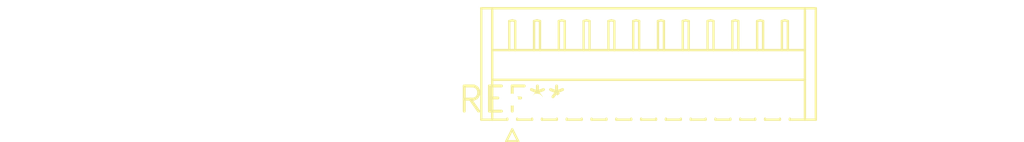
<source format=kicad_pcb>
(kicad_pcb (version 20240108) (generator pcbnew)
  (layers (0 "F.Cu" signal) (31 "B.Cu" signal) (34 "B.Paste" user) (35 "F.Paste" user) (36 "B.SilkS" user "B.Silkscreen") (37 "F.SilkS" user "F.Silkscreen") (38 "B.Mask" user) (39 "F.Mask" user) (44 "Edge.Cuts" user))
  (net 0 "")
  (footprint "Hirose_DF13-12P-1.25DS_1x12_P1.25mm_Horizontal" (layer "F.Cu") (at 0 0)
    (property "Reference" "REF**")
    (property "Value" "Hirose_DF13-12P-1.25DS_1x12_P1.25mm_Horizontal")
    (fp_line (start -1.56 -4.61) (end 15.31 -4.61) (layer "F.SilkS") (stroke (width 0.12)))
    (fp_line (start -1.56 1.01) (end -1.56 -4.61) (layer "F.SilkS") (stroke (width 0.12)))
    (fp_line (start -1.01 -4.61) (end -1.01 1.01) (layer "F.SilkS") (stroke (width 0.12)))
    (fp_line (start -1.01 -2.5) (end 14.76 -2.5) (layer "F.SilkS") (stroke (width 0.12)))
    (fp_line (start -1.01 -1) (end 14.76 -1) (layer "F.SilkS") (stroke (width 0.12)))
    (fp_line (start -0.3 2.1) (end 0.3 2.1) (layer "F.SilkS") (stroke (width 0.12)))
    (fp_line (start -0.25 0.96) (end -0.25 1.01) (layer "F.SilkS") (stroke (width 0.12)))
    (fp_line (start -0.25 1.01) (end -1.56 1.01) (layer "F.SilkS") (stroke (width 0.12)))
    (fp_line (start -0.15 -3.9625) (end 0 -4) (layer "F.SilkS") (stroke (width 0.12)))
    (fp_line (start -0.15 -2.5) (end -0.15 -3.9625) (layer "F.SilkS") (stroke (width 0.12)))
    (fp_line (start 0 -4) (end 0.15 -3.9625) (layer "F.SilkS") (stroke (width 0.12)))
    (fp_line (start 0 1.5) (end -0.3 2.1) (layer "F.SilkS") (stroke (width 0.12)))
    (fp_line (start 0.15 -3.9625) (end 0.15 -2.5) (layer "F.SilkS") (stroke (width 0.12)))
    (fp_line (start 0.25 0.96) (end 0.25 1.01) (layer "F.SilkS") (stroke (width 0.12)))
    (fp_line (start 0.25 1.01) (end 1 1.01) (layer "F.SilkS") (stroke (width 0.12)))
    (fp_line (start 0.3 2.1) (end 0 1.5) (layer "F.SilkS") (stroke (width 0.12)))
    (fp_line (start 1 1.01) (end 1 0.96) (layer "F.SilkS") (stroke (width 0.12)))
    (fp_line (start 1.1 -3.9625) (end 1.25 -4) (layer "F.SilkS") (stroke (width 0.12)))
    (fp_line (start 1.1 -2.5) (end 1.1 -3.9625) (layer "F.SilkS") (stroke (width 0.12)))
    (fp_line (start 1.25 -4) (end 1.4 -3.9625) (layer "F.SilkS") (stroke (width 0.12)))
    (fp_line (start 1.4 -3.9625) (end 1.4 -2.5) (layer "F.SilkS") (stroke (width 0.12)))
    (fp_line (start 1.5 0.96) (end 1.5 1.01) (layer "F.SilkS") (stroke (width 0.12)))
    (fp_line (start 1.5 1.01) (end 2.25 1.01) (layer "F.SilkS") (stroke (width 0.12)))
    (fp_line (start 2.25 1.01) (end 2.25 0.96) (layer "F.SilkS") (stroke (width 0.12)))
    (fp_line (start 2.35 -3.9625) (end 2.5 -4) (layer "F.SilkS") (stroke (width 0.12)))
    (fp_line (start 2.35 -2.5) (end 2.35 -3.9625) (layer "F.SilkS") (stroke (width 0.12)))
    (fp_line (start 2.5 -4) (end 2.65 -3.9625) (layer "F.SilkS") (stroke (width 0.12)))
    (fp_line (start 2.65 -3.9625) (end 2.65 -2.5) (layer "F.SilkS") (stroke (width 0.12)))
    (fp_line (start 2.75 0.96) (end 2.75 1.01) (layer "F.SilkS") (stroke (width 0.12)))
    (fp_line (start 2.75 1.01) (end 3.5 1.01) (layer "F.SilkS") (stroke (width 0.12)))
    (fp_line (start 3.5 1.01) (end 3.5 0.96) (layer "F.SilkS") (stroke (width 0.12)))
    (fp_line (start 3.6 -3.9625) (end 3.75 -4) (layer "F.SilkS") (stroke (width 0.12)))
    (fp_line (start 3.6 -2.5) (end 3.6 -3.9625) (layer "F.SilkS") (stroke (width 0.12)))
    (fp_line (start 3.75 -4) (end 3.9 -3.9625) (layer "F.SilkS") (stroke (width 0.12)))
    (fp_line (start 3.9 -3.9625) (end 3.9 -2.5) (layer "F.SilkS") (stroke (width 0.12)))
    (fp_line (start 4 0.96) (end 4 1.01) (layer "F.SilkS") (stroke (width 0.12)))
    (fp_line (start 4 1.01) (end 4.75 1.01) (layer "F.SilkS") (stroke (width 0.12)))
    (fp_line (start 4.75 1.01) (end 4.75 0.96) (layer "F.SilkS") (stroke (width 0.12)))
    (fp_line (start 4.85 -3.9625) (end 5 -4) (layer "F.SilkS") (stroke (width 0.12)))
    (fp_line (start 4.85 -2.5) (end 4.85 -3.9625) (layer "F.SilkS") (stroke (width 0.12)))
    (fp_line (start 5 -4) (end 5.15 -3.9625) (layer "F.SilkS") (stroke (width 0.12)))
    (fp_line (start 5.15 -3.9625) (end 5.15 -2.5) (layer "F.SilkS") (stroke (width 0.12)))
    (fp_line (start 5.25 0.96) (end 5.25 1.01) (layer "F.SilkS") (stroke (width 0.12)))
    (fp_line (start 5.25 1.01) (end 6 1.01) (layer "F.SilkS") (stroke (width 0.12)))
    (fp_line (start 6 1.01) (end 6 0.96) (layer "F.SilkS") (stroke (width 0.12)))
    (fp_line (start 6.1 -3.9625) (end 6.25 -4) (layer "F.SilkS") (stroke (width 0.12)))
    (fp_line (start 6.1 -2.5) (end 6.1 -3.9625) (layer "F.SilkS") (stroke (width 0.12)))
    (fp_line (start 6.25 -4) (end 6.4 -3.9625) (layer "F.SilkS") (stroke (width 0.12)))
    (fp_line (start 6.4 -3.9625) (end 6.4 -2.5) (layer "F.SilkS") (stroke (width 0.12)))
    (fp_line (start 6.5 0.96) (end 6.5 1.01) (layer "F.SilkS") (stroke (width 0.12)))
    (fp_line (start 6.5 1.01) (end 7.25 1.01) (layer "F.SilkS") (stroke (width 0.12)))
    (fp_line (start 7.25 1.01) (end 7.25 0.96) (layer "F.SilkS") (stroke (width 0.12)))
    (fp_line (start 7.35 -3.9625) (end 7.5 -4) (layer "F.SilkS") (stroke (width 0.12)))
    (fp_line (start 7.35 -2.5) (end 7.35 -3.9625) (layer "F.SilkS") (stroke (width 0.12)))
    (fp_line (start 7.5 -4) (end 7.65 -3.9625) (layer "F.SilkS") (stroke (width 0.12)))
    (fp_line (start 7.65 -3.9625) (end 7.65 -2.5) (layer "F.SilkS") (stroke (width 0.12)))
    (fp_line (start 7.75 0.96) (end 7.75 1.01) (layer "F.SilkS") (stroke (width 0.12)))
    (fp_line (start 7.75 1.01) (end 8.5 1.01) (layer "F.SilkS") (stroke (width 0.12)))
    (fp_line (start 8.5 1.01) (end 8.5 0.96) (layer "F.SilkS") (stroke (width 0.12)))
    (fp_line (start 8.6 -3.9625) (end 8.75 -4) (layer "F.SilkS") (stroke (width 0.12)))
    (fp_line (start 8.6 -2.5) (end 8.6 -3.9625) (layer "F.SilkS") (stroke (width 0.12)))
    (fp_line (start 8.75 -4) (end 8.9 -3.9625) (layer "F.SilkS") (stroke (width 0.12)))
    (fp_line (start 8.9 -3.9625) (end 8.9 -2.5) (layer "F.SilkS") (stroke (width 0.12)))
    (fp_line (start 9 0.96) (end 9 1.01) (layer "F.SilkS") (stroke (width 0.12)))
    (fp_line (start 9 1.01) (end 9.75 1.01) (layer "F.SilkS") (stroke (width 0.12)))
    (fp_line (start 9.75 1.01) (end 9.75 0.96) (layer "F.SilkS") (stroke (width 0.12)))
    (fp_line (start 9.85 -3.9625) (end 10 -4) (layer "F.SilkS") (stroke (width 0.12)))
    (fp_line (start 9.85 -2.5) (end 9.85 -3.9625) (layer "F.SilkS") (stroke (width 0.12)))
    (fp_line (start 10 -4) (end 10.15 -3.9625) (layer "F.SilkS") (stroke (width 0.12)))
    (fp_line (start 10.15 -3.9625) (end 10.15 -2.5) (layer "F.SilkS") (stroke (width 0.12)))
    (fp_line (start 10.25 0.96) (end 10.25 1.01) (layer "F.SilkS") (stroke (width 0.12)))
    (fp_line (start 10.25 1.01) (end 11 1.01) (layer "F.SilkS") (stroke (width 0.12)))
    (fp_line (start 11 1.01) (end 11 0.96) (layer "F.SilkS") (stroke (width 0.12)))
    (fp_line (start 11.1 -3.9625) (end 11.25 -4) (layer "F.SilkS") (stroke (width 0.12)))
    (fp_line (start 11.1 -2.5) (end 11.1 -3.9625) (layer "F.SilkS") (stroke (width 0.12)))
    (fp_line (start 11.25 -4) (end 11.4 -3.9625) (layer "F.SilkS") (stroke (width 0.12)))
    (fp_line (start 11.4 -3.9625) (end 11.4 -2.5) (layer "F.SilkS") (stroke (width 0.12)))
    (fp_line (start 11.5 0.96) (end 11.5 1.01) (layer "F.SilkS") (stroke (width 0.12)))
    (fp_line (start 11.5 1.01) (end 12.25 1.01) (layer "F.SilkS") (stroke (width 0.12)))
    (fp_line (start 12.25 1.01) (end 12.25 0.96) (layer "F.SilkS") (stroke (width 0.12)))
    (fp_line (start 12.35 -3.9625) (end 12.5 -4) (layer "F.SilkS") (stroke (width 0.12)))
    (fp_line (start 12.35 -2.5) (end 12.35 -3.9625) (layer "F.SilkS") (stroke (width 0.12)))
    (fp_line (start 12.5 -4) (end 12.65 -3.9625) (layer "F.SilkS") (stroke (width 0.12)))
    (fp_line (start 12.65 -3.9625) (end 12.65 -2.5) (layer "F.SilkS") (stroke (width 0.12)))
    (fp_line (start 12.75 0.96) (end 12.75 1.01) (layer "F.SilkS") (stroke (width 0.12)))
    (fp_line (start 12.75 1.01) (end 13.5 1.01) (layer "F.SilkS") (stroke (width 0.12)))
    (fp_line (start 13.5 1.01) (end 13.5 0.96) (layer "F.SilkS") (stroke (width 0.12)))
    (fp_line (start 13.6 -3.9625) (end 13.75 -4) (layer "F.SilkS") (stroke (width 0.12)))
    (fp_line (start 13.6 -2.5) (end 13.6 -3.9625) (layer "F.SilkS") (stroke (width 0.12)))
    (fp_line (start 13.75 -4) (end 13.9 -3.9625) (layer "F.SilkS") (stroke (width 0.12)))
    (fp_line (start 13.9 -3.9625) (end 13.9 -2.5) (layer "F.SilkS") (stroke (width 0.12)))
    (fp_line (start 14 1.01) (end 14 0.96) (layer "F.SilkS") (stroke (width 0.12)))
    (fp_line (start 14.76 -4.61) (end 14.76 1.01) (layer "F.SilkS") (stroke (width 0.12)))
    (fp_line (start 15.31 -4.61) (end 15.31 1.01) (layer "F.SilkS") (stroke (width 0.12)))
    (fp_line (start 15.31 1.01) (end 14 1.01) (layer "F.SilkS") (stroke (width 0.12)))
    (pad "1" thru_hole roundrect (at 0 0) (size 0.9 1.4) (drill 0.6) (layers *.Cu *.Mask) (remove_unused_layers))
    (pad "2" thru_hole oval (at 1.25 0) (size 0.9 1.4) (drill 0.6) (layers *.Cu *.Mask) (remove_unused_layers))
    (pad "3" thru_hole oval (at 2.5 0) (size 0.9 1.4) (drill 0.6) (layers *.Cu *.Mask) (remove_unused_layers))
    (pad "4" thru_hole oval (at 3.75 0) (size 0.9 1.4) (drill 0.6) (layers *.Cu *.Mask) (remove_unused_layers))
    (pad "5" thru_hole oval (at 5 0) (size 0.9 1.4) (drill 0.6) (layers *.Cu *.Mask) (remove_unused_layers))
    (pad "6" thru_hole oval (at 6.25 0) (size 0.9 1.4) (drill 0.6) (layers *.Cu *.Mask) (remove_unused_layers))
    (pad "7" thru_hole oval (at 7.5 0) (size 0.9 1.4) (drill 0.6) (layers *.Cu *.Mask) (remove_unused_layers))
    (pad "8" thru_hole oval (at 8.75 0) (size 0.9 1.4) (drill 0.6) (layers *.Cu *.Mask) (remove_unused_layers))
    (pad "9" thru_hole oval (at 10 0) (size 0.9 1.4) (drill 0.6) (layers *.Cu *.Mask) (remove_unused_layers))
    (pad "10" thru_hole oval (at 11.25 0) (size 0.9 1.4) (drill 0.6) (layers *.Cu *.Mask) (remove_unused_layers))
    (pad "11" thru_hole oval (at 12.5 0) (size 0.9 1.4) (drill 0.6) (layers *.Cu *.Mask) (remove_unused_layers))
    (pad "12" thru_hole oval (at 13.75 0) (size 0.9 1.4) (drill 0.6) (layers *.Cu *.Mask) (remove_unused_layers))
  )
)
</source>
